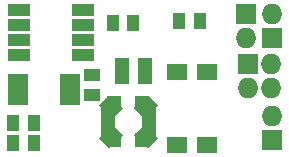
<source format=gbr>
G04 #@! TF.GenerationSoftware,KiCad,Pcbnew,5.0.0-rc3-unknown-520c611~65~ubuntu18.04.1*
G04 #@! TF.CreationDate,2018-07-03T00:15:53+02:00*
G04 #@! TF.ProjectId,vlakinostalo,766C616B696E6F7374616C6F2E6B6963,rev?*
G04 #@! TF.SameCoordinates,Original*
G04 #@! TF.FileFunction,Soldermask,Top*
G04 #@! TF.FilePolarity,Negative*
%FSLAX46Y46*%
G04 Gerber Fmt 4.6, Leading zero omitted, Abs format (unit mm)*
G04 Created by KiCad (PCBNEW 5.0.0-rc3-unknown-520c611~65~ubuntu18.04.1) date Tue Jul  3 00:15:53 2018*
%MOMM*%
%LPD*%
G01*
G04 APERTURE LIST*
%ADD10R,1.950000X1.000000*%
%ADD11R,1.070000X1.400000*%
%ADD12R,1.800000X0.700000*%
%ADD13R,1.800000X1.400000*%
%ADD14R,1.270000X3.190000*%
%ADD15R,1.290000X1.175000*%
%ADD16C,0.900000*%
%ADD17C,0.100000*%
%ADD18O,1.750000X1.750000*%
%ADD19R,1.750000X1.750000*%
%ADD20R,1.400000X1.070000*%
%ADD21R,1.250000X0.700000*%
G04 APERTURE END LIST*
D10*
G04 #@! TO.C,U3*
X148150000Y-96845000D03*
X148150000Y-98115000D03*
X148150000Y-99385000D03*
X148150000Y-100655000D03*
X153550000Y-100655000D03*
X153550000Y-99385000D03*
X153550000Y-98115000D03*
X153550000Y-96845000D03*
G04 #@! TD*
D11*
G04 #@! TO.C,R4*
X147670000Y-108160000D03*
X149420000Y-108160000D03*
G04 #@! TD*
D12*
G04 #@! TO.C,U2*
X148110000Y-102600000D03*
X148110000Y-103100000D03*
X148110000Y-103600000D03*
X148110000Y-104100000D03*
X148110000Y-104600000D03*
X152510000Y-104600000D03*
X152510000Y-104100000D03*
X152510000Y-103600000D03*
X152510000Y-103100000D03*
X152510000Y-102600000D03*
G04 #@! TD*
D11*
G04 #@! TO.C,R3*
X149420000Y-106460000D03*
X147670000Y-106460000D03*
G04 #@! TD*
D13*
G04 #@! TO.C,D1*
X161500000Y-102150000D03*
X161500000Y-108300000D03*
X164040000Y-108300000D03*
X164040000Y-102150000D03*
G04 #@! TD*
D14*
G04 #@! TO.C,L1*
X155655000Y-106320000D03*
D15*
X156225000Y-104762500D03*
D16*
X156201000Y-105272500D03*
D17*
G36*
X156952936Y-105146278D02*
X156093187Y-106027296D01*
X155449064Y-105398722D01*
X156308813Y-104517704D01*
X156952936Y-105146278D01*
X156952936Y-105146278D01*
G37*
D16*
X155676500Y-104827000D03*
D17*
G36*
X156415937Y-104731272D02*
X155567882Y-105564653D01*
X154937063Y-104922728D01*
X155785118Y-104089347D01*
X156415937Y-104731272D01*
X156415937Y-104731272D01*
G37*
D16*
X155676500Y-107813000D03*
D17*
G36*
X155567882Y-107075347D02*
X156415937Y-107908728D01*
X155785118Y-108550653D01*
X154937063Y-107717272D01*
X155567882Y-107075347D01*
X155567882Y-107075347D01*
G37*
D15*
X156225000Y-107877500D03*
D16*
X156201000Y-107367500D03*
D17*
G36*
X156093187Y-106612704D02*
X156952936Y-107493722D01*
X156308813Y-108122296D01*
X155449064Y-107241278D01*
X156093187Y-106612704D01*
X156093187Y-106612704D01*
G37*
D14*
X159185000Y-106320000D03*
D15*
X158615000Y-104762500D03*
D16*
X158639000Y-105272500D03*
D17*
G36*
X158531187Y-104517704D02*
X159390936Y-105398722D01*
X158746813Y-106027296D01*
X157887064Y-105146278D01*
X158531187Y-104517704D01*
X158531187Y-104517704D01*
G37*
D16*
X159163500Y-104827000D03*
D17*
G36*
X159054882Y-104089347D02*
X159902937Y-104922728D01*
X159272118Y-105564653D01*
X158424063Y-104731272D01*
X159054882Y-104089347D01*
X159054882Y-104089347D01*
G37*
D15*
X158615000Y-107877500D03*
D16*
X158639000Y-107367500D03*
D17*
G36*
X159390936Y-107241278D02*
X158531187Y-108122296D01*
X157887064Y-107493722D01*
X158746813Y-106612704D01*
X159390936Y-107241278D01*
X159390936Y-107241278D01*
G37*
D16*
X159163500Y-107813000D03*
D17*
G36*
X159902937Y-107717272D02*
X159054882Y-108550653D01*
X158424063Y-107908728D01*
X159272118Y-107075347D01*
X159902937Y-107717272D01*
X159902937Y-107717272D01*
G37*
G04 #@! TD*
D11*
G04 #@! TO.C,R6*
X161730000Y-97780000D03*
X163480000Y-97780000D03*
G04 #@! TD*
D18*
G04 #@! TO.C,J2*
X169560240Y-97235260D03*
D19*
X169560240Y-99235260D03*
G04 #@! TD*
D20*
G04 #@! TO.C,C2*
X154350000Y-104100000D03*
X154350000Y-102350000D03*
G04 #@! TD*
D21*
G04 #@! TO.C,U1*
X158810000Y-102780000D03*
X158810000Y-102280000D03*
X158810000Y-101780000D03*
X158810000Y-101280000D03*
X156910000Y-101280000D03*
X156910000Y-101780000D03*
X156910000Y-102280000D03*
X156910000Y-102780000D03*
G04 #@! TD*
D19*
G04 #@! TO.C,M1*
X167350000Y-97250000D03*
D18*
X167350000Y-99250000D03*
G04 #@! TD*
D11*
G04 #@! TO.C,C1*
X157850000Y-98000000D03*
X156100000Y-98000000D03*
G04 #@! TD*
D19*
G04 #@! TO.C,J1*
X169545000Y-107856020D03*
D18*
X169545000Y-105856020D03*
G04 #@! TD*
D19*
G04 #@! TO.C,J3*
X167518080Y-101483160D03*
D18*
X169518080Y-101483160D03*
X167518080Y-103483160D03*
X169518080Y-103483160D03*
G04 #@! TD*
M02*

</source>
